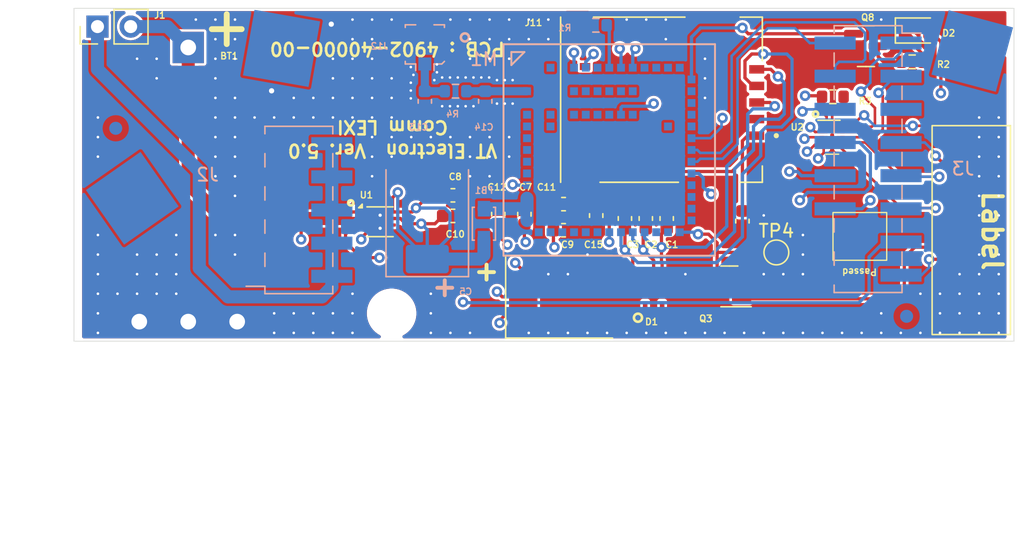
<source format=kicad_pcb>
(kicad_pcb (version 20240108) (generator "pcbnew") (generator_version "8.0")
  (layers (0 "F.Cu" signal) (1 "In1.Cu" signal) (2 "In2.Cu" signal) (31 "B.Cu" signal) (34 "B.Paste" user) (35 "F.Paste" user) (36 "B.SilkS" user "B.Silkscreen") (37 "F.SilkS" user "F.Silkscreen") (38 "B.Mask" user) (39 "F.Mask" user) (44 "Edge.Cuts" user))
  (net 0 "")
  (net 1 "GND")
  (net 6 "/uRST")
  (net 7 "/uCLK")
  (net 8 "/uData")
  (net 9 "/uVDD")
  (net 10 "/VBAT")
  (net 11 "/uPWRKEY")
  (net 12 "/+3V6")
  (net 13 "/uDTR")
  (net 14 "/TxD")
  (net 15 "/RxD")
  (net 16 "/uDCD")
  (net 17 "/RF_OUT")
  (net 19 "/RXD")
  (net 20 "/TXD")
  (net 21 "/VDD_EXT")
  (net 22 "/DTR")
  (net 23 "/DCD")
  (net 24 "/PWRKEY")
  (net 25 "/Alim")
  (net 29 "Net-(U2-OE)")
  (net 54 "/+3V6d")
  (net 55 "/+3V3_UC")
  (net 56 "/RF_OUT1")
  (net 58 "/D+")
  (net 59 "/D-")
  (net 60 "/Vbus")
  (net 77 "/VBAT_F")
  (net 78 "Net-(M1A-RTS)")
  (net 79 "/U5V")
  (net 80 "/P99")
  (net 81 "Net-(D2-K)")
  (net 82 "/Network")
  (net 83 "Net-(Q8-C)")
  (footprint "Capacitor_SMD:C_0603_1608Metric" (layer "F.Cu") (at 48.4 -6.4 90)
    (property "Reference" "C1")
    (property "Value" "47p")
  )
  (footprint "Capacitor_SMD:C_0603_1608Metric" (layer "F.Cu") (at 46.8 -6.4 90)
    (property "Reference" "C2")
    (property "Value" "47p")
  )
  (footprint "Capacitor_SMD:C_0603_1608Metric" (layer "F.Cu") (at 45.2 -6.4 90)
    (property "Reference" "C3")
    (property "Value" "47p")
  )
  (footprint "Capacitor_SMD:C_0603_1608Metric" (layer "F.Cu") (at 54.2 -6.2 90)
    (property "Reference" "C4" (hide yes))
    (property "Value" "100n")
  )
  (footprint "Capacitor_Tantalum_SMD:CP_EIA-7361-38_AVX-V_Pad2.18x3.30mm_HandSolder" (layer "F.Cu") (at 40.6 -0.4)
    (property "Reference" "C6" (hide yes))
    (property "Value" "TAJD477K006RNJ" (hide yes))
  )
  (footprint "Capacitor_SMD:C_0603_1608Metric" (layer "F.Cu") (at 37.5 -6.725 90)
    (property "Reference" "C7")
    (property "Value" "100n")
  )
  (footprint "Capacitor_SMD:C_0603_1608Metric" (layer "F.Cu") (at 32.025 -8.1748)
    (property "Reference" "C8")
    (property "Value" "100n")
  )
  (footprint "Capacitor_SMD:C_0603_1608Metric" (layer "F.Cu") (at 40.5 -5.5)
    (property "Reference" "C9")
    (property "Value" "33p")
  )
  (footprint "Capacitor_SMD:C_0603_1608Metric" (layer "F.Cu") (at 32.025 -6.6)
    (property "Reference" "C10")
    (property "Value" "33p")
  )
  (footprint "Capacitor_SMD:C_0603_1608Metric" (layer "F.Cu") (at 40.5 -7.5)
    (property "Reference" "C11")
    (property "Value" "10p")
  )
  (footprint "Capacitor_SMD:C_0603_1608Metric" (layer "F.Cu") (at 35.5 -6.725 90)
    (property "Reference" "C12")
    (property "Value" "10p")
  )
  (footprint "Diode_SMD:SC70-6" (layer "F.Cu") (at 47.4 -0.6)
    (property "Reference" "D1")
    (property "Value" "SMF05C.TCT" (hide yes))
  )
  (footprint "Package_TO_SOT_SMD:SOT-23" (layer "F.Cu") (at 63.6625 -19.6)
    (property "Reference" "Q8")
    (property "Value" "PDTC143XT")
  )
  (footprint "Connector_Molex:MOLEX_78646-3001" (layer "F.Cu") (at 48 -15.5 180)
    (property "Reference" "J11")
    (property "Value" "78646-3001" (hide yes))
  )
  (footprint "Package_DFN_QFN:Texas_R_PUQFN-N12" (layer "F.Cu") (at 61.075 -12.625)
    (property "Reference" "U2")
    (property "Value" "TXB0104RUT" (hide yes))
  )
  (footprint "TestPoint:TestPoint_Pad_D1.5mm" (layer "F.Cu") (at 56.8 -3.8)
    (property "Reference" "TP4")
    (property "Value" "TestPoint" (hide yes))
  )
  (footprint "Resistor_SMD:R_0603_1608Metric" (layer "F.Cu") (at 61.125 -15.725)
    (property "Reference" "R3")
    (property "Value" "4k7")
  )
  (footprint "Package_SON:WSON-8-1EP_2x2mm_P0.5mm_EP0.9x1.6mm_ThermalVias" (layer "F.Cu") (at 26.45 -6.15)
    (property "Reference" "U1")
    (property "Value" "TPS22967DSGR")
  )
  (footprint "Battery:HLC1520-3P" (layer "F.Cu") (at 11.75 -19.5 -90)
    (property "Reference" "BT1")
    (property "Value" "HLC1520-3P")
  )
  (footprint "MountingHole:MountingHole_2.5mm  Simpla" (layer "F.Cu") (at 27.3304 0.8636)
    (property "Reference" "H1" (hide yes))
    (property "Value" "MountingHole" (hide yes))
  )
  (footprint "Fiducial:Fiducial_1mm_Mask2mm" (layer "F.Cu") (at 73.4 -19.4)
    (property "Reference" "FID1" (hide yes))
    (property "Value" "Fiducial" (hide yes))
  )
  (footprint "Resistor_SMD:R_0603_1608Metric" (layer "F.Cu") (at 67.2 -18.4 180)
    (property "Reference" "R2")
    (property "Value" "220")
  )
  (footprint "Connector_PinHeader_2.54mm:PinHeader_1x02_P2.54mm_Vertical_MOD" (layer "F.Cu") (at 4.8 -21.1 90)
    (property "Reference" "J1")
    (property "Value" "DNP")
  )
  (footprint "Fiducial:Fiducial_1mm_Mask2mm" (layer "F.Cu") (at 6.223 -2.794)
    (property "Reference" "FID4" (hide yes))
    (property "Value" "Fiducial" (hide yes))
  )
  (footprint "Capacitor_SMD:C_0603_1608Metric" (layer "F.Cu") (at 43 -6.625 -90)
    (property "Reference" "C15")
    (property "Value" "47p")
  )
  (footprint "Symbol:Eticheta" (layer "F.Cu") (at 71.7296 -5.5118 -90)
    (property "Reference" "TP1" (hide yes))
    (property "Value" "Eticheta" (hide yes))
  )
  (footprint "LED_SMD:LED_0805_2012Metric" (layer "F.Cu") (at 67.6 -20.8)
    (property "Reference" "D2")
    (property "Value" "LED")
  )
  (footprint "Package_TO_SOT_SMD:SOT-23" (layer "F.Cu") (at 53.2 -1.2 180)
    (property "Reference" "Q3")
    (property "Value" "PDTC143XT")
  )
  (footprint "Capacitor_Tantalum_SMD:CP_EIA-7361-38_AVX-V_Pad2.18x3.30mm_HandSolder" (layer "B.Cu") (at 30.06 -6.48 90)
    (property "Reference" "C5")
    (property "Value" "TAJD477K006RNJ")
  )
  (footprint "Connector_Coaxial:U.FL_Molex_MCRF_73412-0110_Vertical" (layer "B.Cu") (at 29.875 -19.7358 180)
    (property "Reference" "J12")
    (property "Value" "CONUFL001-SMD-T" (hide yes))
  )
  (footprint "Connector_PinHeader_2.54mm:PinHeader_2x08_P2.54mm_Vertical_SMD_MOD" (layer "B.Cu") (at 63.825 -10.95 180)
    (property "Reference" "J3")
    (property "Value" "Conn_02x08_Counter_Clockwise")
  )
  (footprint "ublox:LEXI" (layer "B.Cu") (at 44 -11.65 -90)
    (property "Reference" "M1")
    (property "Value" "LEXI-R422")
  )
  (footprint "TestPoint:TestPoint_Pad_5.1x5.1mm" (layer "B.Cu") (at 18.8976 -19.431 170)
    (property "Reference" "J5" (hide yes))
    (property "Value" "Conn_01x01_Male" (hide yes))
  )
  (footprint "Fiducial:Fiducial_1mm_Mask2mm" (layer "B.Cu") (at 66.7766 1.0922 180)
    (property "Reference" "FID2" (hide yes))
    (property "Value" "Fiducial" (hide yes))
  )
  (footprint "Resistor_SMD:R_0603_1608Metric" (layer "B.Cu") (at 32.225 -16.15)
    (property "Reference" "R4")
    (property "Value" "0")
  )
  (footprint "Resistor_SMD:R_0603_1608Metric" (layer "B.Cu") (at 42.975 -21.2)
    (property "Reference" "R1")
    (property "Value" "0" (hide yes))
  )
  (footprint "Inductor_SMD:L_Walsin_WLFM201209x" (layer "B.Cu") (at 34.4 -6 -90)
    (property "Reference" "FB1")
    (property "Value" "FerriteBead_Small")
  )
  (footprint "Connector_PinHeader_2.54mm:PinHeader_2x05_P2.54mm_Vertical_SMD_MOD" (layer "B.Cu") (at 20.225 -7.05)
    (property "Reference" "J2")
    (property "Value" "Conn_02x05_Counter_Clockwise")
  )
  (footprint "Capacitor_SMD:C_0603_1608Metric" (layer "B.Cu") (at 29.875 -15.375 -90)
    (property "Reference" "C13")
    (property "Value" "DNP")
  )
  (footprint "TestPoint:TestPoint_Pad_5.1x5.1mm" (layer "B.Cu") (at 71.8058 -19.2278 165)
    (property "Reference" "J6" (hide yes))
    (property "Value" "Conn_01x01_Male" (hide yes))
  )
  (footprint "TestPoint:TestPoint_Pad_5.1x5.1mm" (layer "B.Cu") (at 7.4676 -7.9502 125)
    (property "Reference" "J4" (hide yes))
    (property "Value" "Conn_01x01_Male" (hide yes))
  )
  (footprint "Fiducial:Fiducial_1mm_Mask2mm" (layer "B.Cu") (at 6.1976 -13.3096 180)
    (property "Reference" "FID3" (hide yes))
    (property "Value" "Fiducial" (hide yes))
  )
  (footprint "Capacitor_SMD:C_0603_1608Metric" (layer "B.Cu") (at 34.5 -15.375 -90)
    (property "Reference" "C14")
    (property "Value" "DNP")
  )
  (gr_circle (center 32.9438 -20.2692) (end 33.253847 -20.2692) (stroke (width 0.2)) (fill none) (layer "B.SilkS"))
  (gr_circle (center 59.8 -14.4) (end 60 -14.4) (stroke (width 0.2)) (fill none) (layer "F.SilkS"))
  (gr_circle (center 46.2 1.2) (end 46.510047 1.2) (stroke (width 0.2)) (fill none) (layer "F.SilkS"))
  (gr_circle (center 24.2 -7.6) (end 24.4 -7.6) (stroke (width 0.2)) (fill none) (layer "F.SilkS"))
  (gr_rect (start 61.1378 -6.858) (end 65.2526 -3.2004) (stroke (width 0.1)) (fill none) (layer "F.SilkS"))
  (gr_line (start 75 3) (end 3 3) (stroke (width 0.05)) (layer "Edge.Cuts"))
  (gr_line (start 3 -22.5) (end 3 3) (stroke (width 0.05)) (layer "Edge.Cuts"))
  (gr_line (start 75 3) (end 75 -22.5) (stroke (width 0.05)) (layer "Edge.Cuts"))
  (gr_line (start 75 -22.5) (end 3 -22.5) (stroke (width 0.05)) (layer "Edge.Cuts"))
  (gr_text "+" (at 31.4 -1.2 0) (layer "B.SilkS") (effects (font (size 1.5 1.5) (thickness 0.3))))
  (gr_text "PCB : 4902-40000-00" (at 27 -19.4 180) (layer "F.SilkS") (effects (font (size 1 1) (thickness 0.2))))
  (gr_text "VT Electron  Ver. 5.0\n" (at 27.4 -11.6 180) (layer "F.SilkS") (effects (font (size 1 1) (thickness 0.2))))
  (gr_text "Label" (at 73.3298 -5.461 270) (layer "F.SilkS") (effects (font (size 1.5 1.5) (thickness 0.3))))
  (gr_text "Passed" (at 63.1698 -2.3114 180) (layer "F.SilkS") (effects (font (size 0.5 0.5) (thickness 0.1))))
  (gr_text "Comm LEXI\n\n" (at 27.4 -14.2 180) (layer "F.SilkS") (effects (font (size 1 1) (thickness 0.2))))
  (gr_text "+" (at 34.6 -2.4 0) (layer "F.SilkS") (effects (font (size 1.5 1.5) (thickness 0.3))))
  (via (at 22.833 -15.636343) (size 0.4) (drill 0.2) (layers "F.Cu" "B.Cu") (net 1))
  (via (at 72.333 -9.636343) (size 0.4) (drill 0.2) (layers "F.Cu" "B.Cu") (net 1))
  (via (at 13.833 -17.136343) (size 0.4) (drill 0.2) (layers "F.Cu" "B.Cu") (net 1))
  (via (at 70.833 0.863657) (size 0.4) (drill 0.2) (layers "F.Cu" "B.Cu") (net 1))
  (via (at 15.333 -20.136343) (size 0.4) (drill 0.2) (layers "F.Cu" "B.Cu") (net 1))
  (via (at 21.333 -15.636343) (size 0.4) (drill 0.2) (layers "F.Cu" "B.Cu") (net 1))
  (via (at 10.833 -5.136343) (size 0.4) (drill 0.2) (layers "F.Cu" "B.Cu") (net 1))
  (via (at 72.333 -6.636343) (size 0.4) (drill 0.2) (layers "F.Cu" "B.Cu") (net 1))
  (via (at 72.333 -3.636343) (size 0.4) (drill 0.2) (layers "F.Cu" "B.Cu") (net 1))
  (via (at 22.833 -17.136343) (size 0.4) (drill 0.2) (layers "F.Cu" "B.Cu") (net 1))
  (via (at 35.4 -15.2) (size 0.4) (drill 0.2) (layers "F.Cu" "B.Cu") (net 1))
  (via (at 24.333 -18.636343) (size 0.4) (drill 0.2) (layers "F.Cu" "B.Cu") (net 1))
  (via (at 25.833 -21.636343) (size 0.4) (drill 0.2) (layers "F.Cu" "B.Cu") (net 1))
  (via (at 32.4 -15) (size 0.4) (drill 0.2) (layers "F.Cu" "B.Cu") (net 1))
  (via (at 15.333 -5.136343) (size 0.4) (drill 0.2) (layers "F.Cu" "B.Cu") (net 1))
  (via (at 34.833 -12.636343) (size 0.4) (drill 0.2) (layers "F.Cu" "B.Cu") (net 1))
  (via (at 36.333 -11.136343) (size 0.4) (drill 0.2) (layers "F.Cu" "B.Cu") (net 1))
  (via (at 57.333 2.363657) (size 0.4) (drill 0.2) (layers "F.Cu" "B.Cu") (net 1))
  (via (at 55.833 2.363657) (size 0.4) (drill 0.2) (layers "F.Cu" "B.Cu") (net 1))
  (via (at 18.333 2.363657) (size 0.4) (drill 0.2) (layers "F.Cu" "B.Cu") (net 1))
  (via (at 73.833 0.863657) (size 0.4) (drill 0.2) (layers "F.Cu" "B.Cu") (net 1))
  (via (at 15.333 -9.636343) (size 0.4) (drill 0.2) (layers "F.Cu" "B.Cu") (net 1))
  (via (at 10.833 -0.636343) (size 0.4) (drill 0.2) (layers "F.Cu" "B.Cu") (net 1))
  (via (at 27.333 -21.636343) (size 0.4) (drill 0.2) (layers "F.Cu" "B.Cu") (net 1))
  (via (at 15.333 -8.136343) (size 0.4) (drill 0.2) (layers "F.Cu" "B.Cu") (net 1))
  (via (at 36.333 -18.636343) (size 0.4) (drill 0.2) (layers "F.Cu" "B.Cu") (net 1))
  (via (at 25.833 -9.636343) (size 0.4) (drill 0.2) (layers "F.Cu" "B.Cu") (net 1))
  (via (at 13.833 -21.636343) (size 0.4) (drill 0.2) (layers "F.Cu" "B.Cu") (net 1))
  (via (at 29 -17.4) (size 0.4) (drill 0.2) (layers "F.Cu" "B.Cu") (net 1))
  (via (at 73.833 -6.636343) (size 0.4) (drill 0.2) (layers "F.Cu" "B.Cu") (net 1))
  (via (at 21.333 2.363657) (size 0.4) (drill 0.2) (layers "F.Cu" "B.Cu") (net 1))
  (via (at 73.833 -5.136343) (size 0.4) (drill 0.2) (layers "F.Cu" "B.Cu") (net 1))
  (via (at 18.333 0.863657) (size 0.4) (drill 0.2) (layers "F.Cu" "B.Cu") (net 1))
  (via (at 13.833 -20.136343) (size 0.4) (drill 0.2) (layers "F.Cu" "B.Cu") (net 1))
  (via (at 4.833 -12.636343) (size 0.4) (drill 0.2) (layers "F.Cu" "B.Cu") (net 1))
  (via (at 69.333 -0.636343) (size 0.4) (drill 0.2) (layers "F.Cu" "B.Cu") (net 1))
  (via (at 73.833 -3.636343) (size 0.4) (drill 0.2) (layers "F.Cu" "B.Cu") (net 1))
  (via (at 4.833 -0.636343) (size 0.4) (drill 0.2) (layers "F.Cu" "B.Cu") (net 1))
  (via (at 25.833 -17.136343) (size 0.4) (drill 0.2) (layers "F.Cu" "B.Cu") (net 1))
  (via (at 36.333 -21.636343) (size 0.4) (drill 0.2) (layers "F.Cu" "B.Cu") (net 1))
  (via (at 60.333 2.363657) (size 0.4) (drill 0.2) (layers "F.Cu" "B.Cu") (net 1))
  (via (at 34.833 -11.136343) (size 0.4) (drill 0.2) (layers "F.Cu" "B.Cu") (net 1))
  (via (at 36.333 -20.136343) (size 0.4) (drill 0.2) (layers "F.Cu" "B.Cu") (net 1))
  (via (at 27.333 -11.136343) (size 0.4) (drill 0.2) (layers "F.Cu" "B.Cu") (net 1))
  (via (at 4.833 -2.136343) (size 0.4) (drill 0.2) (layers "F.Cu" "B.Cu") (net 1))
  (via (at 7.833 -0.636343) (size 0.4) (drill 0.2) (layers "F.Cu" "B.Cu") (net 1))
  (via (at 58.833 2.363657) (size 0.4) (drill 0.2) (layers "F.Cu" "B.Cu") (net 1))
  (via (at 70.833 -2.136343) (size 0.4) (drill 0.2) (layers "F.Cu" "B.Cu") (net 1))
  (via (at 25.833 -18.636343) (size 0.4) (drill 0.2) (layers "F.Cu" "B.Cu") (net 1))
  (via (at 15.333 -11.136343) (size 0.4) (drill 0.2) (layers "F.Cu" "B.Cu") (net 1))
  (via (at 9.333 -17.136343) (size 0.4) (drill 0.2) (layers "F.Cu" "B.Cu") (net 1))
  (via (at 30.333 -12.636343) (size 0.4) (drill 0.2) (layers "F.Cu" "B.Cu") (net 1))
  (via (at 4.833 0.863657) (size 0.4) (drill 0.2) (layers "F.Cu" "B.Cu") (net 1))
  (via (at 73.833 -2.136343) (size 0.4) (drill 0.2) (layers "F.Cu" "B.Cu") (net 1))
  (via (at 28.8 -18) (size 0.4) (drill 0.2) (layers "F.Cu" "B.Cu") (net 1))
  (via (at 31.8 -15) (size 0.4) (drill 0.2) (layers "F.Cu" "B.Cu") (net 1))
  (via (at 49.833 -2.136343) (size 0.4) (drill 0.2) (layers "F.Cu" "B.Cu") (net 1))
  (via (at 37.833 -21.636343) (size 0.4) (drill 0.2) (layers "F.Cu" "B.Cu") (net 1))
  (via (at 15.333 -12.636343) (size 0.4) (drill 0.2) (layers "F.Cu" "B.Cu") (net 1))
  (via (at 27.333 -14.136343) (size 0.4) (drill 0.2) (layers "F.Cu" "B.Cu") (net 1))
  (via (at 63.333 2.363657) (size 0.4) (drill 0.2) (layers "F.Cu" "B.Cu") (net 1))
  (via (at 72.333 -11.136343) (size 0.4) (drill 0.2) (layers "F.Cu" "B.Cu") (net 1))
  (via (at 18.1356 -16.1798) (size 0.8) (drill 0.4) (layers "F.Cu" "B.Cu") (net 1))
  (via (at 45.333 2.363657) (size 0.4) (drill 0.2) (layers "F.Cu" "B.Cu") (net 1))
  (via (at 12.333 -21.636343) (size 0.4) (drill 0.2) (layers "F.Cu" "B.Cu") (net 1))
  (via (at 9.333 -0.636343) (size 0.4) (drill 0.2) (layers "F.Cu" "B.Cu") (net 1))
  (via (at 13.833 -14.136343) (size 0.4) (drill 0.2) (layers "F.Cu" "B.Cu") (net 1))
  (via (at 49.833 2.363657) (size 0.4) (drill 0.2) (layers "F.Cu" "B.Cu") (net 1))
  (via (at 15.333 -18.636343) (size 0.4) (drill 0.2) (layers "F.Cu" "B.Cu") (net 1))
  (via (at 32.4 -17.2) (size 0.4) (drill 0.2) (layers "F.Cu" "B.Cu") (net 1))
  (via (at 30.333 -0.636343) (size 0.4) (drill 0.2) (layers "F.Cu" "B.Cu") (net 1))
  (via (at 4.833 -3.636343) (size 0.4) (drill 0.2) (layers "F.Cu" "B.Cu") (net 1))
  (via (at 24.333 -20.136343) (size 0.4) (drill 0.2) (layers "F.Cu" "B.Cu") (net 1))
  (via (at 73.833 -11.136343) (size 0.4) (drill 0.2) (layers "F.Cu" "B.Cu") (net 1))
  (via (at 73.833 -9.636343) (size 0.4) (drill 0.2) (layers "F.Cu" "B.Cu") (net 1))
  (via (at 30.6 -17) (size 0.4) (drill 0.2) (layers "F.Cu" "B.Cu") (net 1))
  (via (at 24.333 -0.636343) (size 0.4) (drill 0.2) (layers "F.Cu" "B.Cu") (net 1))
  (via (at 48.333 2.363657) (size 0.4) (drill 0.2) (layers "F.Cu" "B.Cu") (net 1))
  (via (at 51.333 -18.636343) (size 0.4) (drill 0.2) (layers "F.Cu" "B.Cu") (net 1))
  (via (at 33.333 -12.636343) (size 0.4) (drill 0.2) (layers "F.Cu" "B.Cu") (net 1))
  (via (at 39.333 -20.136343) (size 0.4) (drill 0.2) (layers "F.Cu" "B.Cu") (net 1))
  (via (at 13.833 -18.636343) (size 0.4) (drill 0.2) (layers "F.Cu" "B.Cu") (net 1))
  (via (at 7.833 -18.636343) (size 0.4) (drill 0.2) (layers "F.Cu" "B.Cu") (net 1))
  (via (at 24.333 2.363657) (size 0.4) (drill 0.2) (layers "F.Cu" "B.Cu") (net 1))
  (via (at 25.833 -20.136343) (size 0.4) (drill 0.2) (layers "F.Cu" "B.Cu") (net 1))
  (via (at 33 -15) (size 0.4) (drill 0.2) (layers "F.Cu" "B.Cu") (net 1))
  (via (at 31.833 -12.636343) (size 0.4) (drill 0.2) (layers "F.Cu" "B.Cu") (net 1))
  (via (at 21.333 -14.136343) (size 0.4) (drill 0.2) (layers "F.Cu" "B.Cu") (net 1))
  (via (at 40.833 2.363657) (size 0.4) (drill 0.2) (layers "F.Cu" "B.Cu") (net 1))
  (via (at 43.833 2.363657) (size 0.4) (drill 0.2) (layers "F.Cu" "B.Cu") (net 1))
  (via (at 72.333 -0.636343) (size 0.4) (drill 0.2) (layers "F.Cu" "B.Cu") (net 1))
  (via (at 61.833 2.363657) (size 0.4) (drill 0.2) (layers "F.Cu" "B.Cu") (net 1))
  (via (at 33.333 -18.636343) (size 0.4) (drill 0.2) (layers "F.Cu" "B.Cu") (net 1))
  (via (at 33.333 -11.136343) (size 0.4) (drill 0.2) (layers "F.Cu" "B.Cu") (net 1))
  (via (at 58.833 -2.136343) (size 0.4) (drill 0.2) (layers "F.Cu" "B.Cu") (net 1))
  (via (at 45.333 -21.636343) (size 0.4) (drill 0.2) (layers "F.Cu" "B.Cu") (net 1))
  (via (at 24.333 -21.636343) (size 0.4) (drill 0.2) (layers "F.Cu" "B.Cu") (net 1))
  (via (at 28.833 -12.636343) (size 0.4) (drill 0.2) (layers "F.Cu" "B.Cu") (net 1))
  (via (at 15.333 -14.136343) (size 0.4) (drill 0.2) (layers "F.Cu" "B.Cu") (net 1))
  (via (at 37.833 -20.136343) (size 0.4) (drill 0.2) (layers "F.Cu" "B.Cu") (net 1))
  (via (at 24.333 -14.136343) (size 0.4) (drill 0.2) (layers "F.Cu" "B.Cu") (net 1))
  (via (at 55.833 -6.636343) (size 0.4) (drill 0.2) (layers "F.Cu" "B.Cu") (net 1))
  (via (at 39.333 -21.636343) (size 0.4) (drill 0.2) (layers "F.Cu" "B.Cu") (net 1))
  (via (at 72.333 -14.136343) (size 0.4) (drill 0.2) (layers "F.Cu" "B.Cu") (net 1))
  (via (at 30.333 0.863657) (size 0.4) (drill 0.2) (layers "F.Cu" "B.Cu") (net 1))
  (via (at 46.833 2.363657) (size 0.4) (drill 0.2) (layers "F.Cu" "B.Cu") (net 1))
  (via (at 9.333 -18.636343) (size 0.4) (drill 0.2) (layers "F.Cu" "B.Cu") (net 1))
  (via (at 72.333 -2.136343) (size 0.4) (drill 0.2) (layers "F.Cu" "B.Cu") (net 1))
  (via (at 58.833 -3.636343) (size 0.4) (drill 0.2) (layers "F.Cu" "B.Cu") (net 1))
  (via (at 33.333 2.363657) (size 0.4) (drill 0.2) (layers "F.Cu" "B.Cu") (net 1))
  (via (at 46.833 -21.636343) (size 0.4) (drill 0.2) (layers "F.Cu" "B.Cu") (net 1))
  (via (at 69.333 2.363657) (size 0.4) (drill 0.2) (layers "F.Cu" "B.Cu") (net 1))
  (via (at 13.833 -9.636343) (size 0.4) (drill 0.2) (layers "F.Cu" "B.Cu") (net 1))
  (via (at 73.833 -12.636343) (size 0.4) (drill 0.2) (layers "F.Cu" "B.Cu") (net 1))
  (via (at 13.833 -11.136343) (size 0.4) (drill 0.2) (layers "F.Cu" "B.Cu") (net 1))
  (via (at 25.833 -12.636343) (size 0.4) (drill 0.2) (layers "F.Cu" "B.Cu") (net 1))
  (via (at 27.333 -15.636343) (size 0.4) (drill 0.2) (layers "F.Cu" "B.Cu") (net 1))
  (via (at 7.833 -2.136343) (size 0.4) (drill 0.2) (layers "F.Cu" "B.Cu") (net 1))
  (via (at 36 -15.2) (size 0.4) (drill 0.2) (layers "F.Cu" "B.Cu") (net 1))
  (via (at 22.7076 -21.2852) (size 0.8) (drill 0.4) (layers "F.Cu" "B.Cu") (net 1))
  (via (at 15.333 -3.636343) (size 0.4) (drill 0.2) (layers "F.Cu" "B.Cu") (net 1))
  (via (at 24.333 -17.136343) (size 0.4) (drill 0.2) (layers "F.Cu" "B.Cu") (net 1))
  (via (at 31.833 -21.636343) (size 0.4) (drill 0.2) (layers "F.Cu" "B.Cu") (net 1))
  (via (at 31.2 -15) (size 0.4) (drill 0.2) (layers "F.Cu" "B.Cu") (net 1))
  (via (at 55.833 -2.136343) (size 0.4) (drill 0.2) (layers "F.Cu" "B.Cu") (net 1))
  (via (at 4.833 -5.136343) (size 0.4) (drill 0.2) (layers "F.Cu" "B.Cu") (net 1))
  (via (at 51.333 -17.136343) (size 0.4) (drill 0.2) (layers "F.Cu" "B.Cu") (net 1))
  (via (at 19.833 -14.136343) (size 0.4) (drill 0.2) (layers "F.Cu" "B.Cu") (net 1))
  (via (at 67.833 2.363657) (size 0.4) (drill 0.2) (layers "F.Cu" "B.Cu") (net 1))
  (via (at 4.833 2.363657) (size 0.4) (drill 0.2) (layers "F.Cu" "B.Cu") (net 1))
  (via (at 39.333 -2.136343) (size 0.4) (drill 0.2) (layers "F.Cu" "B.Cu") (net 1))
  (via (at 22.833 0.863657) (size 0.4) (drill 0.2) (layers "F.Cu" "B.Cu") (net 1))
  (via (at 16.833 -14.136343) (size 0.4) (drill 0.2) (layers "F.Cu" "B.Cu") (net 1))
  (via (at 51.333 -15.636343) (size 0.4) (drill 0.2) (layers "F.Cu" "B.Cu") (net 1))
  (via (at 7.833 -3.636343) (size 0.4) (drill 0.2) (layers "F.Cu" "B.Cu") (net 1))
  (via (at 24.333 0.863657) (size 0.4) (drill 0.2) (layers "F.Cu" "B.Cu") (net 1))
  (via (at 52.833 2.363657) (size 0.4) (drill 0.2) (layers "F.Cu" "B.Cu") (net 1))
  (via (at 72.333 -8.136343) (size 0.4) (drill 0.2) (layers "F.Cu" "B.Cu") (net 1))
  (via (at 72.333 2.363657) (size 0.4) (drill 0.2) (layers "F.Cu" "B.Cu") (net 1))
  (via (at 28.8 -15.6) (size 0.4) (drill 0.2) (layers "F.Cu" "B.Cu") (net 1))
  (via (at 18.333 -14.136343) (size 0.4) (drill 0.2) (layers "F.Cu" "B.Cu") (net 1))
  (via (at 64.833 2.363657) (size 0.4) (drill 0.2) (layers "F.Cu" "B.Cu") (net 1))
  (via (at 48.333 -20.136343) (size 0.4) (drill 0.2) (layers "F.Cu" "B.Cu") (net 1))
  (via (at 25.833 -14.136343) (size 0.4) (drill 0.2) (layers "F.Cu" "B.Cu") (net 1))
  (via (at 22.833 -14.136343) (size 0.4) (drill 0.2) (layers "F.Cu" "B.Cu") (net 1))
  (via (at 31.8 -17.2) (size 0.4) (drill 0.2) (layers "F.Cu" "B.Cu") (net 1))
  (via (at 39.333 2.363657) (size 0.4) (drill 0.2) (layers "F.Cu" "B.Cu") (net 1))
  (via (at 33.333 -21.636343) (size 0.4) (drill 0.2) (layers "F.Cu" "B.Cu") (net 1))
  (via (at 4.833 -11.136343) (size 0.4) (drill 0.2) (layers "F.Cu" "B.Cu") (net 1))
  (via (at 69.333 0.863657) (size 0.4) (drill 0.2) (layers "F.Cu" "B.Cu") (net 1))
  (via (at 42.333 2.363657) (size 0.4) (drill 0.2) (layers "F.Cu" "B.Cu") (net 1))
  (via (at 33.333 -9.636343) (size 0.4) (drill 0.2) (layers "F.Cu" "B.Cu") (net 1))
  (via (at 13.833 -12.636343) (size 0.4) (drill 0.2) (layers "F.Cu" "B.Cu") (net 1))
  (via (at 31.2 -17.2) (size 0.4) (drill 0.2) (layers "F.Cu" "B.Cu") (net 1))
  (via (at 15.333 -21.636343) (size 0.4) (drill 0.2) (layers "F.Cu" "B.Cu") (net 1))
  (via (at 25.833 -11.136343) (size 0.4) (drill 0.2) (layers "F.Cu" "B.Cu") (net 1))
  (via (at 19.833 0.863657) (size 0.4) (drill 0.2) (layers "F.Cu" "B.Cu") (net 1))
  (via (at 48.333 -21.636343) (size 0.4) (drill 0.2) (layers "F.Cu" "B.Cu") (net 1))
  (via (at 21.333 0.863657) (size 0.4) (drill 0.2) (layers "F.Cu" "B.Cu") (net 1))
  (via (at 34.833 -20.136343) (size 0.4) (drill 0.2) (layers "F.Cu" "B.Cu") (net 1))
  (via (at 54.333 2.363657) (size 0.4) (drill 0.2) (layers "F.Cu" "B.Cu") (net 1))
  (via (at 58.833 -5.136343) (size 0.4) (drill 0.2) (layers "F.Cu" "B.Cu") (net 1))
  (via (at 13.833 -15.636343) (size 0.4) (drill 0.2) (layers "F.Cu" "B.Cu") (net 1))
  (via (at 36.333 -12.636343) (size 0.4) (drill 0.2) (layers "F.Cu" "B.Cu") (net 1))
  (via (at 37.833 2.363657) (size 0.4) (drill 0.2) (layers "F.Cu" "B.Cu") (net 1))
  (via (at 70.833 2.363657) (size 0.4) (drill 0.2) (layers "F.Cu" "B.Cu") (net 1))
  (via (at 6.333 -0.636343) (size 0.4) (drill 0.2) (layers "F.Cu" "B.Cu") (net 1))
  (via (at 19.833 -15.636343) (size 0.4) (drill 0.2) (layers "F.Cu" "B.Cu") (net 1))
  (via (at 31.833 2.363657) (size 0.4) (drill 0.2) (layers "F.Cu" "B.Cu") (net 1))
  (via (at 28.8 -16.8) (size 0.4) (drill 0.2) (layers "F.Cu" "B.Cu") (net 1))
  (via (at 27.333 -12.636343) (size 0.4) (drill 0.2) (layers "F.Cu" "B.Cu") (net 1))
  (via (at 67.833 -0.636343) (size 0.4) (drill 0.2) (layers "F.Cu" "B.Cu") (net 1))
  (via (at 34.8 -17.2) (size 0.4) (drill 0.2) (layers "F.Cu" "B.Cu") (net 1))
  (via (at 30.8 -18.2) (size 0.4) (drill 0.2) (layers "F.Cu" "B.Cu") (net 1))
  (via (at 64.833 0.863657) (size 0.4) (drill 0.2) (layers "F.Cu" "B.Cu") (net 1))
  (via (at 34.833 -18.636343) (size 0.4) (drill 0.2) (layers "F.Cu" "B.Cu") (net 1))
  (via (at 19.833 2.363657) (size 0.4) (drill 0.2) (layers "F.Cu" "B.Cu") (net 1))
  (via (at 36.6 -17) (size 0.4) (drill 0.2) (layers "F.Cu" "B.Cu") (net 1))
  (via (at 36 -17) (size 0.4) (drill 0.2) (layers "F.Cu" "B.Cu") (net 1))
  (via (at 57.333 -2.136343) (size 0.4) (drill 0.2) (layers "F.Cu" "B.Cu") (net 1))
  (via (at 10.833 -3.636343) (size 0.4) (drill 0.2) (layers "F.Cu" "B.Cu") (net 1))
  (via (at 30.333 2.363657) (size 0.4) (drill 0.2) (layers "F.Cu" "B.Cu") (net 1))
  (via (at 22.833 2.363657) (size 0.4) (drill 0.2) (layers "F.Cu" "B.Cu") (net 1))
  (via (at 13.833 -5.136343) (size 0.4) (drill 0.2) (layers "F.Cu" "B.Cu") (net 1))
  (via (at 73.833 -8.136343) (size 0.4) (drill 0.2) (layers "F.Cu" "B.Cu") (net 1))
  (via (at 33 -17.2) (size 0.4) (drill 0.2) (layers "F.Cu" "B.Cu") (net 1))
  (via (at 27.333 -17.136343) (size 0.4) (drill 0.2) (layers "F.Cu" "B.Cu") (net 1))
  (via (at 22.833 -18.636343) (size 0.4) (drill 0.2) (layers "F.Cu" "B.Cu") (net 1))
  (via (at 4.833 -14.136343) (size 0.4) (drill 0.2) (layers "F.Cu" "B.Cu") (net 1))
  (via (at 33.6 -15) (size 0.4) (drill 0.2) (layers "F.Cu" "B.Cu") (net 1))
  (via (at 70.833 -0.636343) (size 0.4) (drill 0.2) (layers "F.Cu" "B.Cu") (net 1))
  (via (at 9.333 -2.136343) (size 0.4) (drill 0.2) (layers "F.Cu" "B.Cu") (net 1))
  (via (at 66.333 2.363657) (size 0.4) (drill 0.2) (layers "F.Cu" "B.Cu") (net 1))
  (via (at 35.4 -17) (size 0.4) (drill 0.2) (layers "F.Cu" "B.Cu") (net 1))
  (via (at 25.833 -15.636343) (size 0.4) (drill 0.2) (layers "F.Cu" "B.Cu") (net 1))
  (via (at 73.833 2.363657) (size 0.4) (drill 0.2) (layers "F.Cu" "B.Cu") (net 1))
  (via (at 72.333 -12.636343) (size 0.4) (drill 0.2) (layers "F.Cu" "B.Cu") (net 1))
  (via (at 9.333 -3.636343) (size 0.4) (drill 0.2) (layers "F.Cu" "B.Cu") (net 1))
  (via (at 30.8 -17.6) (size 0.4) (drill 0.2) (layers "F.Cu" "B.Cu") (net 1))
  (via (at 40.833 -2.136343) (size 0.4) (drill 0.2) (layers "F.Cu" "B.Cu") (net 1))
  (via (at 33.333 -20.136343) (size 0.4) (drill 0.2) (layers "F.Cu" "B.Cu") (net 1))
  (via (at 34.833 -21.636343) (size 0.4) (drill 0.2) (layers "F.Cu" "B.Cu") (net 1))
  (via (at 33.6 -17.2) (size 0.4) (drill 0.2) (layers "F.Cu" "B.Cu") (net 1))
  (via (at 72.333 0.863657) (size 0.4) (drill 0.2) (layers "F.Cu" "B.Cu") (net 1))
  (via (at 34.2 -17.2) (size 0.4) (drill 0.2) (layers "F.Cu" "B.Cu") (net 1))
  (via (at 73.833 -0.636343) (size 0.4) (drill 0.2) (layers "F.Cu" "B.Cu") (net 1))
  (via (at 28.8 -16.2) (size 0.4) (drill 0.2) (layers "F.Cu" "B.Cu") (net 1))
  (via (at 64.833 -21.636343) (size 0.4) (drill 0.2) (layers "F.Cu" "B.Cu") (net 1))
  (via (at 36.6 -15.2) (size 0.4) (drill 0.2) (layers "F.Cu" "B.Cu") (net 1))
  (via (at 24.333 -15.636343) (size 0.4) (drill 0.2) (layers "F.Cu" "B.Cu") (net 1))
  (via (at 10.833 -2.136343) (size 0.4) (drill 0.2) (layers "F.Cu" "B.Cu") (net 1))
  (via (at 42.333 -3.636343) (size 0.4) (drill 0.2) (layers "F.Cu" "B.Cu") (net 1))
  (via (at 73.833 -14.136343) (size 0.4) (drill 0.2) (layers "F.Cu" "B.Cu") (net 1))
  (via (at 34.833 -9.636343) (size 0.4) (drill 0.2) (layers "F.Cu" "B.Cu") (net 1))
  (via (at 15.333 -15.636343) (size 0.4) (drill 0.2) (layers "F.Cu" "B.Cu") (net 1))
  (via (at 51.333 2.363657) (size 0.4) (drill 0.2) (layers "F.Cu" "B.Cu") (net 1))
  (segment (start 48.05 -3.05) (end 48 -3.1) (width 0.25) (layer "F.Cu") (net 6))
  (segment (start 48 -5.225) (end 48.4 -5.625) (width 0.25) (layer "F.Cu") (net 6))
  (segment (start 48.05 -1.55) (end 48.05 -3.05) (width 0.25) (layer "F.Cu") (net 6))
  (segment (start 56.6 -15) (end 56.315 -15.285) (width 0.25) (layer "F.Cu") (net 6))
  (segment (start 48 -3.1) (end 48 -4.2) (width 0.25) (layer "F.Cu") (net 6))
  (segment (start 56.315 -15.285) (end 55.295 -15.285) (width 0.25) (layer "F.Cu") (net 6))
  (segment (start 48 -4.2) (end 48 -5.225) (width 0.25) (layer "F.Cu") (net 6))
  (segment (start 56.675 -15) (end 56.6 -15) (width 0.25) (layer "F.Cu") (net 6))
  (via (at 56.675 -15) (size 0.8) (drill 0.4) (layers "F.Cu" "B.Cu") (net 6))
  (via (at 48 -4.2) (size 0.8) (drill 0.4) (layers "F.Cu" "B.Cu") (net 6))
  (segment (start 47.425305 -4.2) (end 48 -4.2) (width 0.25) (layer "B.Cu") (net 6))
  (segment (start 46.7 -5.35) (end 46.7 -4.925305) (width 0.25) (layer "B.Cu") (net 6))
  (segment (start 53 -10.4) (end 54.6 -12) (width 0.25) (layer "B.Cu") (net 6))
  (segment (start 55 -14.8) (end 56.475 -14.8) (width 0.25) (layer "B.Cu") (net 6))
  (segment (start 53 -5.8) (end 53 -10.4) (width 0.25) (layer "B.Cu") (net 6))
  (segment (start 56.475 -14.8) (end 56.675 -15) (width 0.25) (layer "B.Cu") (net 6))
  (segment (start 54.6 -12) (end 54.6 -14.4) (width 0.25) (layer "B.Cu") (net 6))
  (segment (start 48 -4.2) (end 51.4 -4.2) (width 0.25) (layer "B.Cu") (net 6))
  (segment (start 51.4 -4.2) (end 53 -5.8) (width 0.25) (layer "B.Cu") (net 6))
  (segment (start 46.7 -4.925305) (end 47.425305 -4.2) (width 0.25) (layer "B.Cu") (net 6))
  (segment (start 54.6 -14.4) (end 55 -14.8) (width 0.25) (layer "B.Cu") (net 6))
  (segment (start 47.4 -3.2) (end 46.6 -4) (width 0.25) (layer "F.Cu") (net 7))
  (segment (start 56.92 -17.28) (end 56.375 -17.825) (width 0.25) (layer "F.Cu") (net 7))
  (segment (start 46.6 -4) (end 46.6 -5.425) (width 0.25) (layer "F.Cu") (net 7))
  (segment (start 46.6 -5.425) (end 46.8 -5.625) (width 0.25) (layer "F.Cu") (net 7))
  (segment (start 47.4 -1.55) (end 47.4 -3.2) (width 0.25) (layer "F.Cu") (net 7))
  (segment (start 56.375 -17.825) (end 55.295 -17.825) (width 0.25) (layer "F.Cu") (net 7))
  (via (at 46.6 -4) (size 0.8) (drill 0.4) (layers "F.Cu" "B.Cu") (net 7))
  (via (at 56.92 -17.28) (size 0.8) (drill 0.4) (layers "F.Cu" "B.Cu") (net 7))
  (segment (start 53.6 -10.2) (end 55.05 -11.65) (width 0.25) (layer "B.Cu") (net 7))
  (segment (start 45.8 -4.8) (end 46.6 -4) (width 0.25) (layer "B.Cu") (net 7))
  (segment (start 57.4 -16.8) (end 56.92 -17.28) (width 0.25) (layer "B.Cu") (net 7))
  (segment (start 57.4 -14.4) (end 57.4 -16.8) (width 0.25) (layer "B.Cu") (net 7))
  (segment (start 55.05 -13.45) (end 55.6 -14) (width 0.25) (layer "B.Cu") (net 7))
  (segment (start 46.6 -4) (end 47.125 -3.475) (width 0.25) (layer "B.Cu") (net 7))
  (segment (start 45.8 -5.35) (end 45.8 -4.8) (width 0.25) (layer "B.Cu") (net 7))
  (segment (start 47.125 -3.475) (end 51.675 -3.475) (width 0.25) (layer "B.Cu") (net 7))
  (segment (start 55.05 -11.65) (end 55.05 -13.45) (width 0.25) (layer "B.Cu") (net 7))
  (segment (start 57 -14) (end 57.4 -14.4) (width 0.25) (layer "B.Cu") (net 7))
  (segment (start 51.675 -3.475) (end 53.6 -5.4) (width 0.25) (layer "B.Cu") (net 7))
  (segment (start 53.6 -5.4) (end 53.6 -10.2) (width 0.25) (layer "B.Cu") (net 7))
  (segment (start 55.6 -14) (end 57 -14) (width 0.25) (layer "B.Cu") (net 7))
  (segment (start 45.8 -2) (end 46.25 -1.55) (width 0.25) (layer "F.Cu") (net 8))
  (segment (start 55.015 -16.555) (end 55.295 -16.555) (width 0.25) (layer "F.Cu") (net 8))
  (segment (start 45.8 -3.4) (end 45.8 -2) (width 0.25) (layer "F.Cu") (net 8))
  (segment (start 54.395 -17.175) (end 55.015 -16.555) (width 0.25) (layer "F.Cu") (net 8))
  (segment (start 46.25 -1.55) (end 46.75 -1.55) (width 0.25) (layer "F.Cu") (net 8))
  (segment (start 45.2 -4) (end 45.2 -5.625) (width 0.25) (layer "F.Cu") (net 8))
  (segment (start 45.2 -4) (end 45.8 -3.4) (width 0.25) (layer "F.Cu") (net 8))
  (segment (start 54.92 -19) (end 54.395 -18.475) (width 0.25) (layer "F.Cu") (net 8))
  (segment (start 54.395 -18.475) (end 54.395 -17.175) (width 0.25) (layer "F.Cu") (net 8))
  (segment (start 55.8 -19) (end 54.92 -19) (width 0.25) (layer "F.Cu") (net 8))
  (via (at 45.2 -4) (size 0.8) (drill 0.4) (layers "F.Cu" "B.Cu") (net 8))
  (via (at 55.8 -19) (size 0.8) (drill 0.4) (layers "F.Cu" "B.Cu") (net 8))
  (segment (start 54.2 -5) (end 54.2 -9.8) (width 0.25) (layer "B.Cu") (net 8))
  (segment (start 57.6 -19) (end 55.8 -19) (width 0.25) (layer "B.Cu") (net 8))
  (segment (start 58 -18.6) (end 57.6 -19) (width 0.25) (layer "B.Cu") (net 8))
  (segment (start 52.225 -3.025) (end 54.2 -5) (width 0.25) (layer "B.Cu") (net 8))
  (segment (start 55.6 -11.2) (end 55.6 -13) (width 0.25) (layer "B.Cu") (net 8))
  (segment (start 56 -13.4) (end 57.2 -13.4) (width 0.25) (layer "B.Cu") (net 8))
  (segment (start 44.9 -5.35) (end 44.9 -4.3) (width 0.25) (layer "B.Cu") (net 8))
  (segment (start 58 -14.2) (end 58 -18.6) (width 0.25) (layer "B.Cu") (net 8))
  (segment (start 46.175 -3.025) (end 52.225 -3.025) (width 0.25) (layer "B.Cu") (net 8))
  (segment (start 57.2 -13.4) (end 58 -14.2) (width 0.25) (layer "B.Cu") (net 8))
  (segment (start 45.2 -4) (end 46.175 -3.025) (width 0.25) (layer "B.Cu") (net 8))
  (segment (start 54.2 -9.8) (end 55.6 -11.2) (width 0.25) (layer "B.Cu") (net 8))
  (segment (start 55.6 -13) (end 56 -13.4) (width 0.25) (layer "B.Cu") (net 8))
  (segment (start 44.9 -4.3) (end 45.2 -4) (width 0.25) (layer "B.Cu") (net 8))
  (segment (start 43 -7.425) (end 43.975 -7.425) (width 0.25) (layer "F.Cu") (net 9))
  (segment (start 44.6 -10) (end 53.4 -10) (width 0.25) (layer "F.Cu") (net 9))
  (segment (start 54.6 -12.745) (end 55.295 -12.745) (width 0.25) (layer "F.Cu") (net 9))
  (segment (start 54.2 -11) (end 54.2 -12.345) (width 0.25) (layer "F.Cu") (net 9))
  (segment (start 44 -4.6) (end 44 -7.4) (width 0.25) (layer "F.Cu") (net 9))
  (segment (start 53.4 -10) (end 54.2 -10.8) (width 0.25) (layer "F.Cu") (net 9))
  (segment (start 44 -7.4) (end 44 -9.4) (width 0.25) (layer "F.Cu") (net 9))
  (segment (start 54.2 -12.345) (end 54.6 -12.745) (width 0.25) (layer "F.Cu") (net 9))
  (segment (start 54.2 -10.8) (end 54.2 -11) (width 0.25) (layer "F.Cu") (net 9))
  (segment (start 43.975 -7.425) (end 44 -7.4) (width 0.25) (layer "F.Cu") (net 9))
  (segment (start 54.2 -6.975) (end 54.2 -11) (width 0.25) (layer "F.Cu") (net 9))
  (segment (start 44 -9.4) (end 44.6 -10) (width 0.25) (layer "F.Cu") (net 9))
  (via (at 44 -4.6) (size 0.8) (drill 0.4) (layers "F.Cu" "B.Cu") (net 9))
  (segment (start 44 -5.35) (end 44 -4.6) (width 0.25) (layer "B.Cu") (net 9))
  (segment (start 30.65 -6) (end 31.25 -6.6) (width 0.25) (layer "F.Cu") (net 10))
  (segment (start 37.4125 -0.4) (end 35.6 1.4125) (width 0.25) (layer "F.Cu") (net 10))
  (segment (start 28.9 -6.9) (end 29.2 -7.2) (width 0.25) (layer "F.Cu") (net 10))
  (segment (start 39.725 -5.5) (end 39.725 -4.275) (width 0.25) (layer "F.Cu") (net 10))
  (segment (start 35.6 1.4125) (end 35.6 1.6) (width 0.25) (layer "F.Cu") (net 10))
  (segment (start 30.1748 -8.1748) (end 31.25 -8.1748) (width 0.25) (layer "F.Cu") (net 10))
  (segment (start 69.4 -19.9375) (end 69.4 -16) (width 0.25) (layer "F.Cu") (net 10))
  (segment (start 68.5375 -20.8) (end 69.4 -19.9375) (width 0.25) (layer "F.Cu") (net 10))
  (segment (start 27.4 -8) (end 27.8 -8.4) (width 0.25) (layer "F.Cu") (net 10))
  (segment (start 37.5 -4.7) (end 37.6 -4.6) (width 0.25) (layer "F.Cu") (net 10))
  (segment (start 27.4 -6.9) (end 27.4 -8) (width 0.25) (layer "F.Cu") (net 10))
  (segment (start 39.725 -4.275) (end 39.8 -4.2) (width 0.25) (layer "F.Cu") (net 10))
  (segment (start 29.2 -7.2) (end 30.1748 -8.1748) (width 0.25) (layer "F.Cu") (net 10))
  (segment (start 36.2 -4.4) (end 35.5 -5.1) (width 0.25) (layer "F.Cu") (net 10))
  (segment (start 35.8 -0.4) (end 35.4 -0.8) (width 0.25) (layer "F.Cu") (net 10))
  (segment (start 37.4125 -2.3875) (end 36.8 -3) (width 0.25) (layer "F.Cu") (net 10))
  (segment (start 35.5 -5.1) (end 35.5 -5.95) (width 0.25) (layer "F.Cu") (net 10))
  (segment (start 27.4 -6.4) (end 28 -6.4) (width 0.25) (layer "F.Cu") (net 10))
  (segment (start 27.4 -6.9) (end 28.9 -6.9) (width 0.25) (layer "F.Cu") (net 10))
  (segment (start 37.5 -5.95) (end 37.5 -4.7) (width 0.25) (layer "F.Cu") (net 10))
  (segment (start 29.6 -6) (end 30.65 -6) (width 0.25) (layer "F.Cu") (net 10))
  (segment (start 39.725 -7.5) (end 39.725 -5.5) (width 0.25) (layer "F.Cu") (net 10))
  (segment (start 29.4 -6) (end 29.6 -6) (width 0.25) (layer "F.Cu") (net 10))
  (segment (start 37.4125 -0.4) (end 35.8 -0.4) (width 0.25) (layer "F.Cu") (net 10))
  (segment (start 28 -6.4) (end 28.4 -6) (width 0.25) (layer "F.Cu") (net 10))
  (segment (start 28.4 -6) (end 29.4 -6) (width 0.25) (layer "F.Cu") (net 10))
  (segment (start 37.4125 -0.4) (end 37.4125 -2.3875) (width 0.25) (layer "F.Cu") (net 10))
  (via (at 29.2 -7.2) (size 0.8) (drill 0.4) (layers "F.Cu" "B.Cu") (net 10))
  (via (at 36.2 -4.4) (size 0.8) (drill 0.4) (layers "F.Cu" "B.Cu") (net 10))
  (via (at 69.4 -16) (size 0.8) (drill 0.4) (layers "F.Cu" "B.Cu") (net 10))
  (via (at 39.8 -4.2) (size 0.8) (drill 0.4) (layers "F.Cu" "B.Cu") (net 10))
  (via (at 35.4 -0.8) (size 0.8) (drill 0.4) (layers "F.Cu" "B.Cu") (net 10))
  (via (at 37.6 -4.6) (size 0.8) (drill 0.4) (layers "F.Cu" "B.Cu") (net 10))
  (via (at 35.6 1.6) (size 0.8) (drill 0.4) (layers "F.Cu" "B.Cu") (net 10))
  (via (at 36.8 -3) (size 0.8) (drill 0.4) (layers "F.Cu" "B.Cu") (net 10))
  (via (at 29.6 -6) (size 0.8) (drill 0.4) (layers "F.Cu" "B.Cu") (net 10))
  (via (at 27.8 -8.4) (size 0.8) (drill 0.4) (layers "F.Cu" "B.Cu") (net 10))
  (segment (start 29.2 -7.2) (end 31.4 -7.2) (width 0.25) (layer "B.Cu") (net 10))
  (segment (start 31.4 -7.2) (end 31.8 -6.8) (width 0.25) (layer "B.Cu") (net 10))
  (segment (start 31.8 -5.0325) (end 30.06 -3.2925) (width 0.25) (layer "B.Cu") (net 10))
  (segment (start 34.0925 -3.2925) (end 30.06 -3.2925) (width 1) (layer "B.Cu") (net 10))
  (segment (start 27.8 -8.4) (end 27.8 -5.5525) (width 0.25) (layer "B.Cu") (net 10))
  (segment (start 34.4 -4.85) (end 34.4 -3.6) (width 1) (layer "B.Cu") (net 10))
  (segment (start 30.06 -5.54) (end 30.06 -3.2925) (width 0.25) (layer "B.Cu") (net 10))
  (segment (start 27.8 -5.5525) (end 30.06 -3.2925) (width 0.25) (layer "B.Cu") (net 10))
  (segment (start 29.6 -6) (end 30.06 -5.54) (width 0.25) (layer "B.Cu") (net 10))
  (segment (start 34.4 -3.6) (end 34.0925 -3.2925) (width 1) (layer "B.Cu") (net 10))
  (segment (start 31.8 -6.8) (end 31.8 -5.0325) (width 0.25) (layer "B.Cu") (net 10))
  (segment (start 66.6 -3.4) (end 66.6 -1.2) (width 0.25) (layer "F.Cu") (net 11))
  (segment (start 70 -5.8) (end 68.4 -4.2) (width 0.25) (layer "F.Cu") (net 11))
  (segment (start 65.65 -0.25) (end 54.1375 -0.25) (width 0.25) (layer "F.Cu") (net 11))
  (segment (start 70 -10.2) (end 70 -5.8) (width 0.25) (layer "F.Cu") (net 11))
  (segment (start 66.6 -1.2) (end 65.65 -0.25) (width 0.25) (layer "F.Cu") (net 11))
  (segment (start 68.4 -4.2) (end 67.4 -4.2) (width 0.25) (layer "F.Cu") (net 11))
  (segment (start 69 -11.2) (end 70 -10.2) (width 0.25) (layer "F.Cu") (net 11))
  (segment (start 67.4 -4.2) (end 66.6 -3.4) (width 0.25) (layer "F.Cu") (net 11))
  (via (at 69 -11.2) (size 0.8) (drill 0.4) (layers "F.Cu" "B.Cu") (net 11))
  (segment (start 68.17 -12.22) (end 66.35 -12.22) (width 0.2) (layer "B.Cu") (net 11))
  (segment (start 69 -11.2) (end 69 -11.39) (width 0.2) (layer "B.Cu") (net 11))
  (segment (start 69 -11.39) (end 68.17 -12.22) (width 0.2) (layer "B.Cu") (net 11))
  (segment (start 4.8 -21.1) (end 4.8 -17.8314) (width 1) (layer "B.Cu") (net 12))
  (segment (start 12.6 -10.0314) (end 12.6 -2.6) (width 1) (layer "B.Cu") (net 12))
  (segment (start 22.75 -1.15) (end 22.75 -1.97) (width 1) (layer "B.Cu") (net 12))
  (segment (start 22.75 -2.005) (end 22.75 -12.13) (width 1) (layer "B.Cu") (net 12))
  (segment (start 14.8 -0.4) (end 22 -0.4) (width 1) (layer "B.Cu") (net 12))
  (segment (start 12.6 -2.6) (end 14.8 -0.4) (width 1) (layer "B.Cu") (net 12))
  (segment (start 22 -0.4) (end 22.75 -1.15) (width 1) (layer "B.Cu") (net 12))
  (segment (start 4.8 -17.8314) (end 12.6 -10.0314) (width 1) (layer "B.Cu") (net 12))
  (segment (start 64.1 -13.425) (end 63.475 -13.425) (width 0.2) (layer "F.Cu") (net 13))
  (segment (start 64.35 -14.875) (end 64.35 -13.675) (width 0.2) (layer "F.Cu") (net 13))
  (segment (start 63.475 -13.425) (end 63.075 -13.025) (width 0.2) (layer "F.Cu") (net 13))
  (segment (start 64.35 -13.675) (end 64.1 -13.425) (width 0.2) (layer "F.Cu") (net 13))
  (segment (start 63.275 -15.95) (end 64.35 -14.875) (width 0.2) (layer "F.Cu") (net 13))
  (segment (start 63.075 -13.025) (end 61.725 -13.025) (width 0.2) (layer "F.Cu") (net 13))
  (segment (start 63.275 -15.95) (end 63.275 -16.125) (width 0.2) (layer "F.Cu") (net 13))
  (via (at 63.275 -16.125) (size 0.8) (drill 0.4) (layers "F.Cu" "B.Cu") (net 13))
  (segment (start 63.325 -16.125) (end 64 -16.8) (width 0.2) (layer "B.Cu") (net 13))
  (segment (start 64 -18) (end 64.6 -18.6) (width 0.2) (layer "B.Cu") (net 13))
  (segment (start 64.6 -18.6) (end 65.8 -18.6) (width 0.2) (layer "B.Cu") (net 13))
  (segment (start 64 -16.8) (end 64 -18) (width 0.2) (layer "B.Cu") (net 13))
  (segment (start 65.8 -18.6) (end 66.35 -19.15) (width 0.2) (layer "B.Cu") (net 13))
  (segment (start 63.275 -16.125) (end 63.325 -16.125) (width 0.2) (layer "B.Cu") (net 13))
  (segment (start 66.35 -19.15) (end 66.35 -19.84) (width 0.2) (layer "B.Cu") (net 13))
  (segment (start 63.6 -12.225) (end 61.725 -12.225) (width 0.2) (layer "F.Cu") (net 14))
  (segment (start 66.225 -9.6) (end 63.6 -12.225) (width 0.2) (layer "F.Cu") (net 14))
  (segment (start 69.275 -9.6) (end 66.225 -9.6) (width 0.2) (layer "F.Cu") (net 14))
  (via (at 69.275 -9.6) (size 0.8) (drill 0.4) (layers "F.Cu" "B.Cu") (net 14))
  (segment (start 66.43 -9.6) (end 66.35 -9.68) (width 0.2) (layer "B.Cu") (net 14))
  (segment (start 69.275 -9.6) (end 66.43 -9.6) (width 0.2) (layer "B.Cu") (net 14))
  (segment (start 69 -7.2) (end 66.35 -7.2) (width 0.2) (layer "F.Cu") (net 15))
  (segment (start 66.35 -7.2) (end 61.725 -11.825) (width 0.2) (layer "F.Cu") (net 15))
  (via (at 69 -7.2) (size 0.8) (drill 0.4) (layers "F.Cu" "B.Cu") (net 15))
  (segment (start 69 -7.2) (end 66.41 -7.2) (width 0.2) (layer "B.Cu") (net 15))
  (segment (start 66.41 -7.2) (end 66.35 -7.14) (width 0.2) (layer "B.Cu") (net 15))
  (segment (start 61.725 -12.625) (end 64.35 -12.625) (width 0.2) (layer "F.Cu") (net 16))
  (segment (start 64.95 -15.8) (end 64.725 -16.025) (width 0.2) (layer "F.Cu") (net 16))
  (segment (start 64.35 -12.625) (end 64.95 -13.225) (width 0.2) (layer "F.Cu") (net 16))
  (segment (start 64.725 -16.025) (end 64.625 -16.025) (width 0.2) (layer "F.Cu") (net 16))
  (segment (start 64.95 -13.225) (end 64.95 -15.8) (width 0.2) (layer "F.Cu") (net 16))
  (via (at 64.625 -16.025) (size 0.8) (drill 0.4) (layers "F.Cu" "B.Cu") (net 16))
  (segment (start 65.9 -17.3) (end 66.35 -17.3) (width 0.2) (layer "B.Cu") (net 16))
  (segment (start 64.625 -16.025) (end 65.9 -17.3) (width 0.2) (layer "B.Cu") (net 16))
  (segment (start 34.5 -16.15) (end 33.05 -16.15) (width 0.625) (layer "B.Cu") (net 17))
  (segment (start 34.5 -16.15) (end 37.7 -16.15) (width 0.625) (layer "B.Cu") (net 17))
  (segment (start 59.2 -11.576096) (end 59.148889 -11.524985) (width 0.2) (layer "F.Cu") (net 19))
  (segment (start 59.925 -12.225) (end 59.3 -11.6) (width 0.2) (layer "F.Cu") (net 19))
  (segment (start 60.425 -12.225) (end 59.925 -12.225) (width 0.2) (layer "F.Cu") (net 19))
  (segment (start 59.2 -11.6) (end 59.2 -11.576096) (width 0.2) (layer "F.Cu") (net 19))
  (segment (start 59.3 -11.6) (end 59.2 -11.6) (width 0.2) (layer "F.Cu") (net 19))
  (via (at 59.148889 -11.524985) (size 0.8) (drill 0.4) (layers "F.Cu" "B.Cu") (net 19))
  (via (at 41.3 -19.1) (size 0.8) (drill 0.4) (layers "F.Cu" "B.Cu") (net 19))
  (segment (start 41.3 -17.95) (end 41.3 -19.1) (width 0.25) (layer "B.Cu") (net 19))
  (segment (start 60.425 -11.425) (end 60 -11) (width 0.2) (layer "F.Cu") (net 20))
  (segment (start 60.425 -11.825) (end 60.425 -11.425) (width 0.2) (layer "F.Cu") (net 20))
  (via (at 60 -11) (size 0.8) (drill 0.4) (layers "F.Cu" "B.Cu") (net 20))
  (via (at 42.8 -19) (size 0.8) (drill 0.4) (layers "F.Cu" "B.Cu") (net 20))
  (segment (start 42.2 -18.4) (end 42.8 -19) (width 0.25) (layer "B.Cu") (net 20))
  (segment (start 42.2 -17.95) (end 42.2 -18.4) (width 0.25) (layer "B.Cu") (net 20))
  (segment (start 60.225 -14.625) (end 60.025 -14.625) (width 0.2) (layer "F.Cu") (net 21))
  (segment (start 60.3 -15.725) (end 60.025 -15.45) (width 0.2) (layer "F.Cu") (net 21))
  (segment (start 60.225 -15.8) (end 60.3 -15.725) (width 0.25) (layer "F.Cu") (net 21))
  (segment (start 59 -15.8) (end 60.225 -15.8) (width 0.25) (layer "F.Cu") (net 21))
  (segment (start 60.025 -15.45) (end 60.025 -14.625) (width 0.2) (layer "F.Cu") (net 21))
  (segment (start 60.65 -14.2) (end 60.225 -14.625) (width 0.2) (layer "F.Cu") (net 21))
  (segment (start 60.65 -13.6) (end 60.65 -14.2) (width 0.2) (layer "F.Cu") (net 21))
  (via (at 64.002158 -7.796763) (size 0.8) (drill 0.4) (layers "F.Cu" "B.Cu") (net 21))
  (via (at 36.6 -9) (size 0.8) (drill 0.4) (layers "F.Cu" "B.Cu") (net 21))
  (via (at 59 -15.8) (size 0.8) (drill 0.4) (layers "F.Cu" "B.Cu") (net 21))
  (segment (start 63.345395 -7.14) (end 64.002158 -7.796763) (width 0.25) (layer "B.Cu") (net 21))
  (segment (start 36.65 -8.95) (end 36.6 -9) (width 0.25) (layer "B.Cu") (net 21))
  (segment (start 61.3 -7.14) (end 63.345395 -7.14) (width 0.25) (layer "B.Cu") (net 21))
  (segment (start 37.7 -8.95) (end 36.65 -8.95) (width 0.25) (layer "B.Cu") (net 21))
  (segment (start 59.775 -13.025) (end 59.4 -13.4) (width 0.2) (layer "F.Cu") (net 22))
  (segment (start 60.425 -13.025) (end 59.775 -13.025) (width 0.2) (layer "F.Cu") (net 22))
  (via (at 46 -19.4) (size 0.8) (drill 0.4) (layers "F.Cu" "B.Cu") (net 22))
  (via (at 59.4 -13.4) (size 0.8) (drill 0.4) (layers "F.Cu" "B.Cu") (net 22))
  (segment (start 45.8 -17.95) (end 45.8 -19.2) (width 0.25) (layer "B.Cu") (net 22))
  (segment (start 45.8 -19.2) (end 46 -19.4) (width 0.25) (layer "B.Cu") (net 22))
  (segment (start 60.425 -12.625) (end 59.025 -12.625) (width 0.2) (layer "F.Cu") (net 23))
  (segment (start 59.025 -12.625) (end 58.952785 -12.552785) (width 0.2) (layer "F.Cu") (net 23))
  (segment (start 58.952785 -12.552785) (end 58.952785 -12.505571) (width 0.2) (layer "F.Cu") (net 23))
  (via (at 58.952785 -12.505571) (size 0.8) (drill 0.4) (layers "F.Cu" "B.Cu") (net 23))
  (via (at 44.8 -19.4) (size 0.8) (drill 0.4) (layers "F.Cu" "B.Cu") (net 23))
  (segment (start 44.9 -19.3) (end 44.8 -19.4) (width 0.25) (layer "B.Cu") (net 23))
  (segment (start 44.9 -17.95) (end 44.9 -19.3) (width 0.25) (layer "B.Cu") (net 23))
  (segment (start 51.6 -5.2) (end 50.8 -5.2) (width 0.25) (layer "F.Cu") (net 24))
  (segment (start 52.2625 -1.2) (end 52.2625 -3.8) (width 0.25) (layer "F.Cu") (net 24))
  (segment (start 52.2625 -3.8) (end 52.2625 -4.5375) (width 0.25) (layer "F.Cu") (net 24))
  (segment (start 56.8 -3.8) (end 52.2625 -3.8) (width 0.25) (layer "F.Cu") (net 24))
  (segment (start 52.2625 -4.5375) (end 51.6 -5.2) (width 0.25) (layer "F.Cu") (net 24))
  (via (at 50.8 -5.2) (size 0.8) (drill 0.4) (layers "F.Cu" "B.Cu") (net 24))
  (segment (start 49.4 -5.35) (end 50.65 -5.35) (width 0.25) (layer "B.Cu") (net 24))
  (segment (start 50.65 -5.35) (end 50.8 -5.2) (width 0.25) (layer "B.Cu") (net 24))
  (segment (start 24.5 -5.9) (end 23.8 -5.2) (width 0.25) (layer "F.Cu") (net 25))
  (segment (start 25 -3.4) (end 26.4 -3.4) (width 0.25) (layer "F.Cu") (net 25))
  (segment (start 25.5 -5.9) (end 24.5 -5.9) (width 0.25) (layer "F.Cu") (net 25))
  (segment (start 23.8 -4.6) (end 25 -3.4) (width 0.25) (layer "F.Cu") (net 25))
  (segment (start 23.8 -5.2) (end 23.8 -4.6) (width 0.25) (layer "F.Cu") (net 25))
  (via (at 32.8 0) (size 0.8) (drill 0.4) (layers "F.Cu" "B.Cu") (net 25))
  (via (at 26.4 -3.4) (size 0.8) (drill 0.4) (layers "F.Cu" "B.Cu") (net 25))
  (segment (start 63.9 -3.45) (end 63.9 -0.725) (width 0.25) (layer "B.Cu") (net 25))
  (segment (start 32.85 0.05) (end 32.8 0) (width 0.25) (layer "B.Cu") (net 25))
  (segment (start 63.9 -0.725) (end 63.125 0.05) (width 0.25) (layer "B.Cu") (net 25))
  (segment (start 66.35 -4.6) (end 65.05 -4.6) (width 0.25) (layer "B.Cu") (net 25))
  (segment (start 65.05 -4.6) (end 63.9 -3.45) (width 0.25) (layer "B.Cu") (net 25))
  (segment (start 63.125 0.05) (end 32.85 0.05) (width 0.25) (layer "B.Cu") (net 25))
  (segment (start 61.075 -14.3) (end 61.4 -14.625) (width 0.2) (layer "F.Cu") (net 29))
  (segment (start 61.075 -13.425) (end 61.075 -14.3) (width 0.2) (layer "F.Cu") (net 29))
  (segment (start 61.675 -14.625) (end 61.95 -14.9) (width 0.2) (layer "F.Cu") (net 29))
  (segment (start 61.4 -14.625) (end 61.675 -14.625) (width 0.2) (layer "F.Cu") (net 29))
  (segment (start 61.95 -14.9) (end 61.95 -15.725) (width 0.2) (layer "F.Cu") (net 29))
  (segment (start 25.5 -6.4) (end 23.6 -6.4) (width 0.25) (layer "F.Cu") (net 54))
  (segment (start 25.5 -6.9) (end 24.3 -6.9) (width 0.25) (layer "F.Cu") (net 54))
  (segment (start 20.4 -4.8) (end 20.4 -6.2) (width 0.25) (layer "F.Cu") (net 54))
  (segment (start 24.4 -7.6) (end 23.6 -6.8) (width 0.25) (layer "F.Cu") (net 54))
  (segment (start 20.6 -6.4) (end 23.6 -6.4) (width 1) (layer "F.Cu") (net 54))
  (segment (start 14.4 -6.4) (end 20.6 -6.4) (width 1) (layer "F.Cu") (net 54))
  (segment (start 23.6 -6.8) (end 23.6 -6.4) (width 0.25) (layer "F.Cu") (net 54))
  (segment (start 25.5 -6.9) (end 25.5 -7.5) (width 0.25) (layer "F.Cu") (net 54))
  (segment (start 24.3 -6.9) (end 23.8 -6.4) (width 0.25) (layer "F.Cu") (net 54))
  (segment (start 11.75 -9.05) (end 14.4 -6.4) (width 1) (layer "F.Cu") (net 54))
  (segment (start 25.4 -7.6) (end 24.4 -7.6) (width 0.25) (layer "F.Cu") (net 54))
  (segment (start 20.4 -6.2) (end 20.6 -6.4) (width 0.25) (layer "F.Cu") (net 54))
  (segment (start 25.5 -7.5) (end 25.4 -7.6) (width 0.25) (layer "F.Cu") (net 54))
  (segment (start 25 -4.9) (end 25 -4.8) (width 0.25) (layer "F.Cu") (net 54))
  (segment (start 11.75 -19.5) (end 11.75 -9.05) (width 1) (layer "F.Cu") (net 54))
  (segment (start 23.6 -6.4) (end 23.8 -6.4) (width 1) (layer "F.Cu") (net 54))
  (segment (start 25.5 -5.4) (end 25 -4.9) (width 0.25) (layer "F.Cu") (net 54))
  (via (at 25 -4.8) (size 0.8) (drill 0.4) (layers "F.Cu" "B.Cu") (net 54))
  (via (at 20.4 -4.8) (size 0.8) (drill 0.4) (layers "F.Cu" "B.Cu") (net 54))
  (segment (start 10.15 -21.1) (end 7.34 -21.1) (width 1) (layer "B.Cu") (net 54))
  (segment (start 11.75 -19.5) (end 10.15 -21.1) (width 1) (layer "B.Cu") (net 54))
  (segment (start 69.3 -13.5) (end 70.3 -13.5) (width 0.25) (layer "F.Cu") (net 55))
  (segment (start 70.8 -4.4) (end 69.675 -3.275) (width 0.25) (layer "F.Cu") (net 55))
  (segment (start 70.8 -13) (end 70.8 -4.4) (width 0.25) (layer "F.Cu") (net 55))
  (segment (start 63.4 -14.3) (end 63.525 -14.3) (width 0.2) (layer "F.Cu") (net 55))
  (segment (start 70.3 -13.5) (end 70.8 -13) (width 0.25) (layer "F.Cu") (net 55))
  (segment (start 69.3 -13.5) (end 67.25 -13.5) (width 0.2) (layer "F.Cu") (net 55))
  (segment (start 69.675 -3.275) (end 68.5 -3.275) (width 0.25) (layer "F.Cu") (net 55))
  (segment (start 61.725 -13.425) (end 62.525 -13.425) (width 0.2) (layer "F.Cu") (net 55))
  (segment (start 62.525 -13.425) (end 63.4 -14.3) (width 0.2) (layer "F.Cu") (net 55))
  (via (at 68.5 -3.275) (size 0.8) (drill 0.4) (layers "F.Cu" "B.Cu") (net 55))
  (via (at 67.25 -13.5) (size 0.8) (drill 0.4) (layers "F.Cu" "B.Cu") (net 55))
  (via (at 63.525 -14.3) (size 0.8) (drill 0.4) (layers "F.Cu" "B.Cu") (net 55))
  (segment (start 64.325 -13.5) (end 67.25 -13.5) (width 0.2) (layer "B.Cu") (net 55))
  (segment (start 68.5 -2.65) (end 68.5 -3.275) (width 0.2) (layer "B.Cu") (net 55))
  (segment (start 66.35 -2.06) (end 67.91 -2.06) (width 0.2) (layer "B.Cu") (net 55))
  (segment (start 63.525 -14.3) (end 64.325 -13.5) (width 0.2) (layer "B.Cu") (net 55))
  (segment (start 67.91 -2.06) (end 68.5 -2.65) (width 0.2) (layer "B.Cu") (net 55))
  (segment (start 31.4 -16.15) (end 29.875 -16.15) (width 0.625) (layer "B.Cu") (net 56))
  (segment (start 29.875 -16.15) (end 29.875 -18.2296) (width 0.625) (layer "B.Cu") (net 56))
  (segment (start 50.3 -11.65) (end 50.750001 -11.65) (width 0.2) (layer "B.Cu") (net 58))
  (segment (start 63.6 -18.6) (end 63.4 -18.4) (width 0.2) (layer "B.Cu") (net 58))
  (segment (start 63.4 -18.4) (end 61.6 -18.4) (width 0.2) (layer "B.Cu") (net 58))
  (segment (start 62.775 -21.425) (end 63.6 -20.6) (width 0.2) (layer "B.Cu") (net 58))
  (segment (start 61.6 -18.4) (end 61.3 -18.1) (width 0.2) (layer "B.Cu") (net 58))
  (segment (start 50.750001 -11.65) (end 50.975001 -11.425) (width 0.2) (layer "B.Cu") (net 58))
  (segment (start 63.6 -20.6) (end 63.6 -18.6) (width 0.2) (layer "B.Cu") (net 58))
  (segment (start 50.975001 -11.425) (end 52.5068 -11.425) (width 0.2) (layer "B.Cu") (net 58))
  (segment (start 55.9568 -21.425) (end 62.775 -21.425) (width 0.2) (layer "B.Cu") (net 58))
  (segment (start 61.3 -18.1) (end 61.3 -17.3) (width 0.2) (layer "B.Cu") (net 58))
  (segment (start 53.375 -12.2932) (end 53.375 -18.8432) (width 0.2) (layer "B.Cu") (net 58))
  (segment (start 53.375 -18.8432) (end 55.9568 -21.425) (width 0.2) (layer "B.Cu") (net 58))
  (segment (start 52.5068 -11.425) (end 53.375 -12.2932) (width 0.2) (layer "B.Cu") (net 58))
  (segment (start 52.6932 -10.975) (end 53.825 -12.1068) (width 0.2) (layer "B.Cu") (net 59))
  (segment (start 53.825 -12.1068) (end 53.825 -18.6568) (width 0.2) (layer "B.Cu") (net 59))
  (segment (start 56.1432 -20.975) (end 58.225 -20.975) (width 0.2) (layer "B.Cu") (net 59))
  (segment (start 50.3 -10.75) (end 50.750001 -10.75) (width 0.2) (layer "B.Cu") (net 59))
  (segment (start 53.825 -18.6568) (end 56.1432 -20.975) (width 0.2) (layer "B.Cu") (net 59))
  (segment (start 50.750001 -10.75) (end 50.975001 -10.975) (width 0.2) (layer "B.Cu") (net 59))
  (segment (start 58.225 -20.975) (end 59.36 -19.84) (width 0.2) (layer "B.Cu") (net 59))
  (segment (start 59.36 -19.84) (end 61.3 -19.84) (width 0.2) (layer "B.Cu") (net 59))
  (segment (start 50.975001 -10.975) (end 52.6932 -10.975) (width 0.2) (layer "B.Cu") (net 59))
  (via (at 58.8 -14.6) (size 0.8) (drill 0.4) (layers "F.Cu" "B.Cu") (net 60))
  (via (at 52.675 -14.1) (size 0.8) (drill 0.4) (layers "F.Cu" "B.Cu") (net 60))
  (segment (start 52.6 -14.025) (end 52.675 -14.1) (width 0.2) (layer "B.Cu") (net 60))
  (segment (start 58.96 -14.76) (end 61.3 -14.76) (width 0.2) (layer "B.Cu") (net 60))
  (segment (start 51.75 -12.55) (end 52.6 -13.4) (width 0.2) (layer "B.Cu") (net 60))
  (segment (start 50.3 -12.55) (end 51.75 -12.55) (width 0.2) (layer "B.Cu") (net 60))
  (segment (start 58.8 -14.6) (end 58.96 -14.76) (width 0.2) (layer "B.Cu") (net 60))
  (segment (start 52.6 -13.4) (end 52.6 -14.025) (width 0.2) (layer "B.Cu") (net 60))
  (segment (start 37.7 -7.15) (end 37.7 -7.95) (width 1) (layer "B.Cu") (net 77))
  (segment (start 37.7 -7.15) (end 37.7 -6.25) (width 1) (layer "B.Cu") (net 77))
  (segment (start 37.7 -7.15) (end 34.4 -7.15) (width 1) (layer "B.Cu") (net 77))
  (segment (start 44 -17.95) (end 44 -21) (width 0.25) (layer "B.Cu") (net 78))
  (segment (start 44 -21) (end 43.8 -21.2) (width 0.25) (layer "B.Cu") (net 78))
  (via (at 58.6 -7.8) (size 0.8) (drill 0.4) (layers "F.Cu" "B.Cu") (net 79))
  (via (at 51.8 -8.275) (size 0.8) (drill 0.4) (layers "F.Cu" "B.Cu") (net 79))
  (segment (start 51.2 -9.5) (end 51.2 -8.8) (width 0.25) (layer "B.Cu") (net 79))
  (segment (start 50.85 -9.85) (end 51.2 -9.5) (width 0.25) (layer "B.Cu") (net 79))
  (segment (start 51.6 -8.6) (end 51.8 -8.4) (width 0.25) (layer "B.Cu") (net 79))
  (segment (start 50.3 -9.85) (end 50.85 -9.85) (width 0.25) (layer "B.Cu") (net 79))
  (segment (start 64 -8.8) (end 63.6 -8.4) (width 0.25) (layer "B.Cu") (net 79))
  (segment (start 61.3 -12.22) (end 63.18 -12.22) (width 0.25) (layer "B.Cu") (net 79))
  (segment (start 51.8 -8.4) (end 51.8 -8.275) (width 0.25) (layer "B.Cu") (net 79))
  (segment (start 64 -11.4) (end 64 -8.8) (width 0.25) (layer "B.Cu") (net 79))
  (segment (start 63.6 -8.4) (end 59.2 -8.4) (width 0.25) (layer "B.Cu") (net 79))
  (segment (start 63.18 -12.22) (end 64 -11.4) (width 0.25) (layer "B.Cu") (net 79))
  (segment (start 51.4 -8.6) (end 51.6 -8.6) (width 0.25) (layer "B.Cu") (net 79))
  (segment (start 51.2 -8.8) (end 51.4 -8.6) (width 0.25) (layer "B.Cu") (net 79))
  (segment (start 59.2 -8.4) (end 58.6 -7.8) (width 0.25) (layer "B.Cu") (net 79))
  (via (at 47.4 -15.2) (size 0.8) (drill 0.4) (layers "F.Cu" "B.Cu") (net 80))
  (via (at 57.8 -10) (size 0.8) (drill 0.4) (layers "F.Cu" "B.Cu") (net 80))
  (segment (start 44.9 -14.9) (end 45 -15) (width 0.25) (layer "B.Cu") (net 80))
  (segment (start 61.3 -9.68) (end 58.72 -9.68) (width 0.25) (layer "B.Cu") (net 80))
  (segment (start 47.2 -15) (end 47.4 -15.2) (width 0.25) (layer "B.Cu") (net 80))
  (segment (start 44.9 -14.35) (end 44.9 -14.9) (width 0.25) (layer "B.Cu") (net 80))
  (segment (start 58.72 -9.68) (end 58.4 -10) (width 0.25) (layer "B.Cu") (net 80))
  (segment (start 58.4 -10) (end 57.8 -10) (width 0.25) (layer "B.Cu") (net 80))
  (segment (start 45 -15) (end 47.2 -15) (width 0.25) (layer "B.Cu") (net 80))
  (segment (start 66.6625 -20.8) (end 67.4 -20.0625) (width 0.25) (layer "F.Cu") (net 81))
  (segment (start 67.4 -19.6) (end 68.025 -18.975) (width 0.25) (layer "F.Cu") (net 81))
  (segment (start 67.4 -20.0625) (end 67.4 -19.6) (width 0.25) (layer "F.Cu") (net 81))
  (segment (start 68.025 -18.975) (end 68.025 -18.4) (width 0.25) (layer "F.Cu") (net 81))
  (segment (start 54.2 -21) (end 54.65 -20.55) (width 0.25) (layer "F.Cu") (net 82))
  (segment (start 54.65 -20.55) (end 62.725 -20.55) (width 0.25) (layer "F.Cu") (net 82))
  (via (at 54.2 -21) (size 0.8) (drill 0.4) (layers "F.Cu" "B.Cu") (net 82))
  (segment (start 51 -21) (end 54.2 -21) (width 0.25) (layer "B.Cu") (net 82))
  (segment (start 50.3 -17.05) (end 50.3 -20.3) (width 0.25) (layer "B.Cu") (net 82))
  (segment (start 50.3 -20.3) (end 51 -21) (width 0.25) (layer "B.Cu") (net 82))
  (segment (start 65 -18.4) (end 66.375 -18.4) (width 0.25) (layer "F.Cu") (net 83))
  (segment (start 64.6 -19.6) (end 64.6 -18.8) (width 0.25) (layer "F.Cu") (net 83))
  (segment (start 64.6 -18.8) (end 65 -18.4) (width 0.25) (layer "F.Cu") (net 83))
  (zone (net 1) (net_name "GND") (layer "F.Cu") (name "stitch_zone_0") (connect_pads (clearance 0.508)) (min_thickness 0.254) (fill yes (thermal_gap 0.508) (thermal_bridge_width 0.508))
    (polygon (pts (xy 32.6 -15.9) (xy 35.4 -15.9) (xy 35.4 -12.8) (xy 27.5 -12.8) (xy 27.5 -17.9) (xy 32.6 -17.9)))
  )
  (zone (net 1) (net_name "GND") (layers "F.Cu" "In2.Cu" "B.Cu") (name "stitch_zone_0") (connect_pads yes (clearance 0.2)) (min_thickness 0.254) (fill yes (thermal_gap 0.508) (thermal_bridge_width 0.508))
    (polygon (pts (xy 74.4192 2.78) (xy 3.625 2.78) (xy 3.625 -22.2844) (xy 74.4192 -22.2844)))
  )
)
</source>
